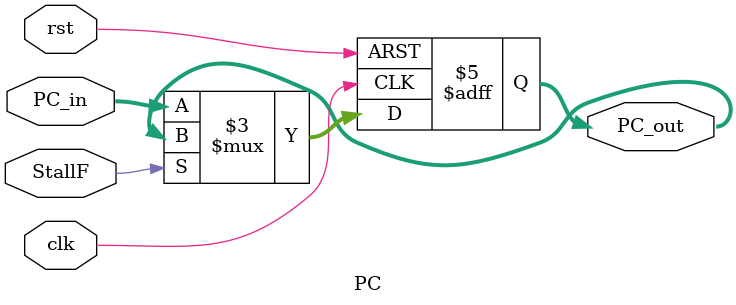
<source format=sv>

module PC #(
    parameter int WIDTH = 32
)(
    input  logic             clk,
    input  logic             rst,
    input  logic             StallF,
    input  logic [WIDTH-1:0] PC_in,
    output logic [WIDTH-1:0] PC_out
);

    always_ff @(posedge clk or posedge rst) begin
        if (rst)          PC_out <= '0;   // reset lleva el PC a 0
        else if (!StallF) PC_out <= PC_in; // avanza solo si no hay stall
    end

endmodule
</source>
